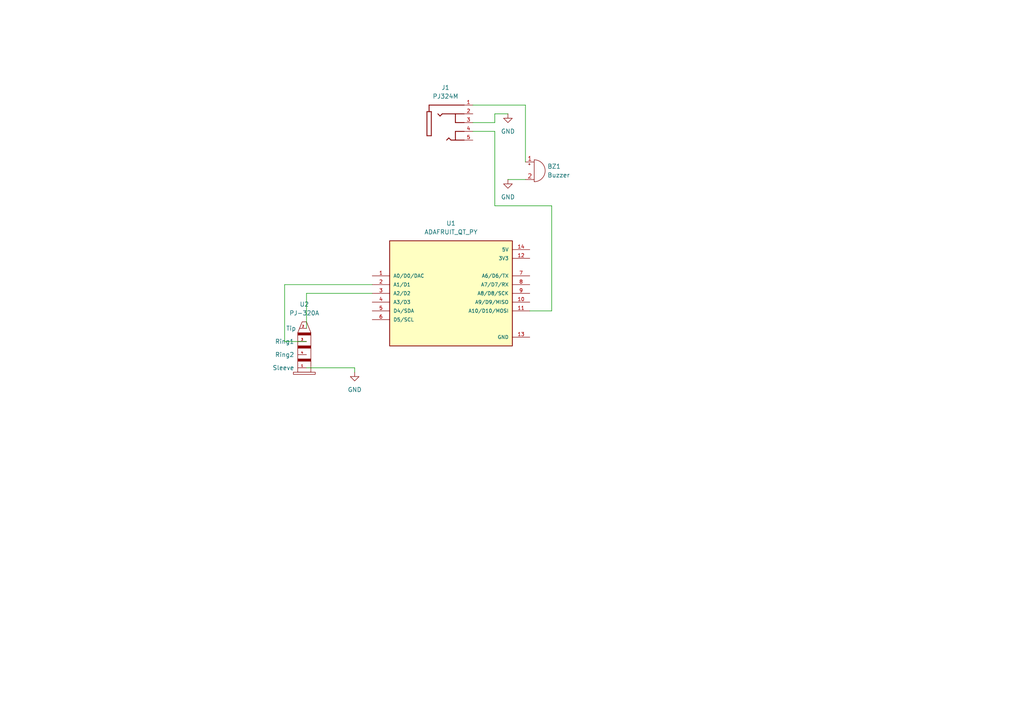
<source format=kicad_sch>
(kicad_sch
	(version 20250114)
	(generator "eeschema")
	(generator_version "9.0")
	(uuid "8e871809-3342-4d0c-b7eb-a6ba4ad48364")
	(paper "A4")
	(lib_symbols
		(symbol "ADAFRUIT_QT_PY:ADAFRUIT_QT_PY"
			(pin_names
				(offset 1.016)
			)
			(exclude_from_sim no)
			(in_bom yes)
			(on_board yes)
			(property "Reference" "U1"
				(at 0 20.32 0)
				(effects
					(font
						(size 1.27 1.27)
					)
				)
			)
			(property "Value" "ADAFRUIT_QT_PY"
				(at 0 17.78 0)
				(effects
					(font
						(size 1.27 1.27)
					)
				)
			)
			(property "Footprint" "Module:MODULE_ADAFRUIT_QT_PY"
				(at 0 0 0)
				(effects
					(font
						(size 1.27 1.27)
					)
					(justify bottom)
					(hide yes)
				)
			)
			(property "Datasheet" ""
				(at 0 0 0)
				(effects
					(font
						(size 1.27 1.27)
					)
					(hide yes)
				)
			)
			(property "Description" ""
				(at 0 0 0)
				(effects
					(font
						(size 1.27 1.27)
					)
					(hide yes)
				)
			)
			(property "MF" "Adafruit Industries"
				(at 0 0 0)
				(effects
					(font
						(size 1.27 1.27)
					)
					(justify bottom)
					(hide yes)
				)
			)
			(property "MAXIMUM_PACKAGE_HEIGHT" "6.28 mm"
				(at 0 0 0)
				(effects
					(font
						(size 1.27 1.27)
					)
					(justify bottom)
					(hide yes)
				)
			)
			(property "Package" "None"
				(at 0 0 0)
				(effects
					(font
						(size 1.27 1.27)
					)
					(justify bottom)
					(hide yes)
				)
			)
			(property "Price" "None"
				(at 0 0 0)
				(effects
					(font
						(size 1.27 1.27)
					)
					(justify bottom)
					(hide yes)
				)
			)
			(property "Check_prices" "https://www.snapeda.com/parts/Adafruit%20QT%20Py/Adafruit+Industries/view-part/?ref=eda"
				(at 0 0 0)
				(effects
					(font
						(size 1.27 1.27)
					)
					(justify bottom)
					(hide yes)
				)
			)
			(property "STANDARD" "IPC-7351B"
				(at 0 0 0)
				(effects
					(font
						(size 1.27 1.27)
					)
					(justify bottom)
					(hide yes)
				)
			)
			(property "PARTREV" "2022-12-12"
				(at 0 0 0)
				(effects
					(font
						(size 1.27 1.27)
					)
					(justify bottom)
					(hide yes)
				)
			)
			(property "SnapEDA_Link" "https://www.snapeda.com/parts/Adafruit%20QT%20Py/Adafruit+Industries/view-part/?ref=snap"
				(at 0 0 0)
				(effects
					(font
						(size 1.27 1.27)
					)
					(justify bottom)
					(hide yes)
				)
			)
			(property "MP" "Adafruit QT Py"
				(at 0 0 0)
				(effects
					(font
						(size 1.27 1.27)
					)
					(justify bottom)
					(hide yes)
				)
			)
			(property "Description_1" "Castellated Pads - SAMD21 Dev Board with STEMMA QT"
				(at 0 0 0)
				(effects
					(font
						(size 1.27 1.27)
					)
					(justify bottom)
					(hide yes)
				)
			)
			(property "MANUFACTURER" "Adafruit Industries"
				(at 0 0 0)
				(effects
					(font
						(size 1.27 1.27)
					)
					(justify bottom)
					(hide yes)
				)
			)
			(property "Availability" "Not in stock"
				(at 0 0 0)
				(effects
					(font
						(size 1.27 1.27)
					)
					(justify bottom)
					(hide yes)
				)
			)
			(property "SNAPEDA_PN" "Adafruit QT Py"
				(at 0 0 0)
				(effects
					(font
						(size 1.27 1.27)
					)
					(justify bottom)
					(hide yes)
				)
			)
			(symbol "ADAFRUIT_QT_PY_0_0"
				(rectangle
					(start -17.78 -15.24)
					(end 17.78 15.24)
					(stroke
						(width 0.254)
						(type default)
					)
					(fill
						(type background)
					)
				)
				(pin bidirectional line
					(at -22.86 5.08 0)
					(length 5.08)
					(name "A0/D0/DAC"
						(effects
							(font
								(size 1.016 1.016)
							)
						)
					)
					(number "1"
						(effects
							(font
								(size 1.016 1.016)
							)
						)
					)
				)
				(pin bidirectional line
					(at -22.86 2.54 0)
					(length 5.08)
					(name "A1/D1"
						(effects
							(font
								(size 1.016 1.016)
							)
						)
					)
					(number "2"
						(effects
							(font
								(size 1.016 1.016)
							)
						)
					)
				)
				(pin bidirectional line
					(at -22.86 0 0)
					(length 5.08)
					(name "A2/D2"
						(effects
							(font
								(size 1.016 1.016)
							)
						)
					)
					(number "3"
						(effects
							(font
								(size 1.016 1.016)
							)
						)
					)
				)
				(pin bidirectional line
					(at -22.86 -2.54 0)
					(length 5.08)
					(name "A3/D3"
						(effects
							(font
								(size 1.016 1.016)
							)
						)
					)
					(number "4"
						(effects
							(font
								(size 1.016 1.016)
							)
						)
					)
				)
				(pin bidirectional line
					(at -22.86 -5.08 0)
					(length 5.08)
					(name "D4/SDA"
						(effects
							(font
								(size 1.016 1.016)
							)
						)
					)
					(number "5"
						(effects
							(font
								(size 1.016 1.016)
							)
						)
					)
				)
				(pin bidirectional line
					(at -22.86 -7.62 0)
					(length 5.08)
					(name "D5/SCL"
						(effects
							(font
								(size 1.016 1.016)
							)
						)
					)
					(number "6"
						(effects
							(font
								(size 1.016 1.016)
							)
						)
					)
				)
				(pin power_in line
					(at 22.86 12.7 180)
					(length 5.08)
					(name "5V"
						(effects
							(font
								(size 1.016 1.016)
							)
						)
					)
					(number "14"
						(effects
							(font
								(size 1.016 1.016)
							)
						)
					)
				)
				(pin power_in line
					(at 22.86 10.16 180)
					(length 5.08)
					(name "3V3"
						(effects
							(font
								(size 1.016 1.016)
							)
						)
					)
					(number "12"
						(effects
							(font
								(size 1.016 1.016)
							)
						)
					)
				)
				(pin bidirectional line
					(at 22.86 5.08 180)
					(length 5.08)
					(name "A6/D6/TX"
						(effects
							(font
								(size 1.016 1.016)
							)
						)
					)
					(number "7"
						(effects
							(font
								(size 1.016 1.016)
							)
						)
					)
				)
				(pin bidirectional line
					(at 22.86 2.54 180)
					(length 5.08)
					(name "A7/D7/RX"
						(effects
							(font
								(size 1.016 1.016)
							)
						)
					)
					(number "8"
						(effects
							(font
								(size 1.016 1.016)
							)
						)
					)
				)
				(pin bidirectional line
					(at 22.86 0 180)
					(length 5.08)
					(name "A8/D8/SCK"
						(effects
							(font
								(size 1.016 1.016)
							)
						)
					)
					(number "9"
						(effects
							(font
								(size 1.016 1.016)
							)
						)
					)
				)
				(pin bidirectional line
					(at 22.86 -2.54 180)
					(length 5.08)
					(name "A9/D9/MISO"
						(effects
							(font
								(size 1.016 1.016)
							)
						)
					)
					(number "10"
						(effects
							(font
								(size 1.016 1.016)
							)
						)
					)
				)
				(pin bidirectional line
					(at 22.86 -5.08 180)
					(length 5.08)
					(name "A10/D10/MOSI"
						(effects
							(font
								(size 1.016 1.016)
							)
						)
					)
					(number "11"
						(effects
							(font
								(size 1.016 1.016)
							)
						)
					)
				)
				(pin power_in line
					(at 22.86 -12.7 180)
					(length 5.08)
					(name "GND"
						(effects
							(font
								(size 1.016 1.016)
							)
						)
					)
					(number "13"
						(effects
							(font
								(size 1.016 1.016)
							)
						)
					)
				)
			)
			(embedded_fonts no)
		)
		(symbol "Device:Buzzer"
			(pin_names
				(offset 0.0254)
				(hide yes)
			)
			(exclude_from_sim no)
			(in_bom yes)
			(on_board yes)
			(property "Reference" "BZ"
				(at 3.81 1.27 0)
				(effects
					(font
						(size 1.27 1.27)
					)
					(justify left)
				)
			)
			(property "Value" "Buzzer"
				(at 3.81 -1.27 0)
				(effects
					(font
						(size 1.27 1.27)
					)
					(justify left)
				)
			)
			(property "Footprint" ""
				(at -0.635 2.54 90)
				(effects
					(font
						(size 1.27 1.27)
					)
					(hide yes)
				)
			)
			(property "Datasheet" "~"
				(at -0.635 2.54 90)
				(effects
					(font
						(size 1.27 1.27)
					)
					(hide yes)
				)
			)
			(property "Description" "Buzzer, polarized"
				(at 0 0 0)
				(effects
					(font
						(size 1.27 1.27)
					)
					(hide yes)
				)
			)
			(property "ki_keywords" "quartz resonator ceramic"
				(at 0 0 0)
				(effects
					(font
						(size 1.27 1.27)
					)
					(hide yes)
				)
			)
			(property "ki_fp_filters" "*Buzzer*"
				(at 0 0 0)
				(effects
					(font
						(size 1.27 1.27)
					)
					(hide yes)
				)
			)
			(symbol "Buzzer_0_1"
				(polyline
					(pts
						(xy -1.651 1.905) (xy -1.143 1.905)
					)
					(stroke
						(width 0)
						(type default)
					)
					(fill
						(type none)
					)
				)
				(polyline
					(pts
						(xy -1.397 2.159) (xy -1.397 1.651)
					)
					(stroke
						(width 0)
						(type default)
					)
					(fill
						(type none)
					)
				)
				(arc
					(start 0 3.175)
					(mid 3.1612 0)
					(end 0 -3.175)
					(stroke
						(width 0)
						(type default)
					)
					(fill
						(type none)
					)
				)
				(polyline
					(pts
						(xy 0 3.175) (xy 0 -3.175)
					)
					(stroke
						(width 0)
						(type default)
					)
					(fill
						(type none)
					)
				)
			)
			(symbol "Buzzer_1_1"
				(pin passive line
					(at -2.54 2.54 0)
					(length 2.54)
					(name "+"
						(effects
							(font
								(size 1.27 1.27)
							)
						)
					)
					(number "1"
						(effects
							(font
								(size 1.27 1.27)
							)
						)
					)
				)
				(pin passive line
					(at -2.54 -2.54 0)
					(length 2.54)
					(name "-"
						(effects
							(font
								(size 1.27 1.27)
							)
						)
					)
					(number "2"
						(effects
							(font
								(size 1.27 1.27)
							)
						)
					)
				)
			)
			(embedded_fonts no)
		)
		(symbol "PJ-320A_Library:PJ-320A"
			(pin_names
				(offset 1.016)
			)
			(exclude_from_sim no)
			(in_bom yes)
			(on_board yes)
			(property "Reference" "U"
				(at 0 -1.905 0)
				(effects
					(font
						(size 1.27 1.27)
					)
				)
			)
			(property "Value" "PJ-320A"
				(at 0 0 0)
				(effects
					(font
						(size 1.27 1.27)
					)
				)
			)
			(property "Footprint" ""
				(at 0 0 0)
				(effects
					(font
						(size 1.27 1.27)
					)
					(hide yes)
				)
			)
			(property "Datasheet" ""
				(at 0 0 0)
				(effects
					(font
						(size 1.27 1.27)
					)
					(hide yes)
				)
			)
			(property "Description" ""
				(at 0 0 0)
				(effects
					(font
						(size 1.27 1.27)
					)
					(hide yes)
				)
			)
			(symbol "PJ-320A_0_1"
				(rectangle
					(start -3.175 1.27)
					(end 3.175 1.905)
					(stroke
						(width 0)
						(type solid)
					)
					(fill
						(type none)
					)
				)
				(polyline
					(pts
						(xy -1.905 13.335) (xy -0.635 16.51) (xy 0.635 16.51) (xy 1.905 13.335) (xy -1.905 13.335)
					)
					(stroke
						(width 0)
						(type solid)
					)
					(fill
						(type none)
					)
				)
				(rectangle
					(start -1.905 12.7)
					(end 1.905 13.335)
					(stroke
						(width 0)
						(type solid)
					)
					(fill
						(type outline)
					)
				)
				(rectangle
					(start -1.905 9.525)
					(end 1.905 12.7)
					(stroke
						(width 0)
						(type solid)
					)
					(fill
						(type none)
					)
				)
				(rectangle
					(start -1.905 8.89)
					(end 1.905 9.525)
					(stroke
						(width 0)
						(type solid)
					)
					(fill
						(type outline)
					)
				)
				(rectangle
					(start -1.905 5.715)
					(end 1.905 8.89)
					(stroke
						(width 0)
						(type solid)
					)
					(fill
						(type none)
					)
				)
				(rectangle
					(start -1.905 5.08)
					(end 1.905 5.715)
					(stroke
						(width 0)
						(type solid)
					)
					(fill
						(type outline)
					)
				)
				(rectangle
					(start -1.905 1.905)
					(end 1.905 5.08)
					(stroke
						(width 0)
						(type solid)
					)
					(fill
						(type none)
					)
				)
			)
			(symbol "PJ-320A_1_1"
				(pin bidirectional line
					(at 0.635 14.605 180)
					(length 2.0066)
					(name "Tip"
						(effects
							(font
								(size 1.27 1.27)
							)
						)
					)
					(number "2"
						(effects
							(font
								(size 0.6096 0.6096)
							)
						)
					)
				)
				(pin bidirectional line
					(at 0.635 10.795 180)
					(length 2.54)
					(name "Ring1"
						(effects
							(font
								(size 1.27 1.27)
							)
						)
					)
					(number "3"
						(effects
							(font
								(size 0.6096 0.6096)
							)
						)
					)
				)
				(pin bidirectional line
					(at 0.635 6.985 180)
					(length 2.54)
					(name "Ring2"
						(effects
							(font
								(size 1.27 1.27)
							)
						)
					)
					(number "4"
						(effects
							(font
								(size 0.6096 0.6096)
							)
						)
					)
				)
				(pin bidirectional line
					(at 0.635 3.175 180)
					(length 2.54)
					(name "Sleeve"
						(effects
							(font
								(size 1.27 1.27)
							)
						)
					)
					(number "1"
						(effects
							(font
								(size 0.6096 0.6096)
							)
						)
					)
				)
			)
			(embedded_fonts no)
		)
		(symbol "PJ324M:PJ324M"
			(pin_names
				(offset 1.016)
			)
			(exclude_from_sim no)
			(in_bom yes)
			(on_board yes)
			(property "Reference" "J"
				(at -5.08 7.62 0)
				(effects
					(font
						(size 1.27 1.27)
					)
					(justify left bottom)
				)
			)
			(property "Value" "PJ324M"
				(at -5.08 -10.16 0)
				(effects
					(font
						(size 1.27 1.27)
					)
					(justify left bottom)
				)
			)
			(property "Footprint" "PJ324M:WENZHOU_PJ324M"
				(at 0 0 0)
				(effects
					(font
						(size 1.27 1.27)
					)
					(justify bottom)
					(hide yes)
				)
			)
			(property "Datasheet" ""
				(at 0 0 0)
				(effects
					(font
						(size 1.27 1.27)
					)
					(hide yes)
				)
			)
			(property "Description" ""
				(at 0 0 0)
				(effects
					(font
						(size 1.27 1.27)
					)
					(hide yes)
				)
			)
			(property "MF" "Wenzhou QingPu Electronics Co.Ltd"
				(at 0 0 0)
				(effects
					(font
						(size 1.27 1.27)
					)
					(justify bottom)
					(hide yes)
				)
			)
			(property "MAXIMUM_PACKAGE_HEIGHT" "6.3mm"
				(at 0 0 0)
				(effects
					(font
						(size 1.27 1.27)
					)
					(justify bottom)
					(hide yes)
				)
			)
			(property "Package" "Package"
				(at 0 0 0)
				(effects
					(font
						(size 1.27 1.27)
					)
					(justify bottom)
					(hide yes)
				)
			)
			(property "Price" "None"
				(at 0 0 0)
				(effects
					(font
						(size 1.27 1.27)
					)
					(justify bottom)
					(hide yes)
				)
			)
			(property "Check_prices" "https://www.snapeda.com/parts/PJ324M/Wenzhou+QingPu+Electronics+Co.Ltd/view-part/?ref=eda"
				(at 0 0 0)
				(effects
					(font
						(size 1.27 1.27)
					)
					(justify bottom)
					(hide yes)
				)
			)
			(property "STANDARD" "Manufacturer Recommendations"
				(at 0 0 0)
				(effects
					(font
						(size 1.27 1.27)
					)
					(justify bottom)
					(hide yes)
				)
			)
			(property "PARTREV" "N/A"
				(at 0 0 0)
				(effects
					(font
						(size 1.27 1.27)
					)
					(justify bottom)
					(hide yes)
				)
			)
			(property "SnapEDA_Link" "https://www.snapeda.com/parts/PJ324M/Wenzhou+QingPu+Electronics+Co.Ltd/view-part/?ref=snap"
				(at 0 0 0)
				(effects
					(font
						(size 1.27 1.27)
					)
					(justify bottom)
					(hide yes)
				)
			)
			(property "MP" "PJ324M"
				(at 0 0 0)
				(effects
					(font
						(size 1.27 1.27)
					)
					(justify bottom)
					(hide yes)
				)
			)
			(property "Description_1" "Headphone Stereo jack/Audio connector"
				(at 0 0 0)
				(effects
					(font
						(size 1.27 1.27)
					)
					(justify bottom)
					(hide yes)
				)
			)
			(property "Availability" "Not in stock"
				(at 0 0 0)
				(effects
					(font
						(size 1.27 1.27)
					)
					(justify bottom)
					(hide yes)
				)
			)
			(property "MANUFACTURER" "Wenzhou QingPu Electronics"
				(at 0 0 0)
				(effects
					(font
						(size 1.27 1.27)
					)
					(justify bottom)
					(hide yes)
				)
			)
			(symbol "PJ324M_0_0"
				(polyline
					(pts
						(xy -5.715 3.175) (xy -5.08 3.175)
					)
					(stroke
						(width 0.254)
						(type default)
					)
					(fill
						(type none)
					)
				)
				(polyline
					(pts
						(xy -5.715 -3.81) (xy -5.715 3.175)
					)
					(stroke
						(width 0.254)
						(type default)
					)
					(fill
						(type none)
					)
				)
				(polyline
					(pts
						(xy -5.08 5.08) (xy -5.08 3.175)
					)
					(stroke
						(width 0.254)
						(type default)
					)
					(fill
						(type none)
					)
				)
				(polyline
					(pts
						(xy -5.08 3.175) (xy -4.445 3.175)
					)
					(stroke
						(width 0.254)
						(type default)
					)
					(fill
						(type none)
					)
				)
				(polyline
					(pts
						(xy -4.445 3.175) (xy -4.445 -3.81)
					)
					(stroke
						(width 0.254)
						(type default)
					)
					(fill
						(type none)
					)
				)
				(polyline
					(pts
						(xy -4.445 -3.81) (xy -5.715 -3.81)
					)
					(stroke
						(width 0.254)
						(type default)
					)
					(fill
						(type none)
					)
				)
				(polyline
					(pts
						(xy -1.905 1.905) (xy -2.54 2.54)
					)
					(stroke
						(width 0.254)
						(type default)
					)
					(fill
						(type none)
					)
				)
				(polyline
					(pts
						(xy -1.27 2.54) (xy -1.905 1.905)
					)
					(stroke
						(width 0.254)
						(type default)
					)
					(fill
						(type none)
					)
				)
				(polyline
					(pts
						(xy 0.635 -4.445) (xy 0 -5.08)
					)
					(stroke
						(width 0.254)
						(type default)
					)
					(fill
						(type none)
					)
				)
				(polyline
					(pts
						(xy 1.27 -5.08) (xy 0.635 -4.445)
					)
					(stroke
						(width 0.254)
						(type default)
					)
					(fill
						(type none)
					)
				)
				(polyline
					(pts
						(xy 2.54 2.54) (xy -1.27 2.54)
					)
					(stroke
						(width 0.254)
						(type default)
					)
					(fill
						(type none)
					)
				)
				(polyline
					(pts
						(xy 2.54 0) (xy 2.54 2.54)
					)
					(stroke
						(width 0.254)
						(type default)
					)
					(fill
						(type none)
					)
				)
				(polyline
					(pts
						(xy 2.54 -2.54) (xy 2.54 -5.08)
					)
					(stroke
						(width 0.254)
						(type default)
					)
					(fill
						(type none)
					)
				)
				(polyline
					(pts
						(xy 2.54 -5.08) (xy 1.27 -5.08)
					)
					(stroke
						(width 0.254)
						(type default)
					)
					(fill
						(type none)
					)
				)
				(polyline
					(pts
						(xy 5.08 5.08) (xy -5.08 5.08)
					)
					(stroke
						(width 0.254)
						(type default)
					)
					(fill
						(type none)
					)
				)
				(polyline
					(pts
						(xy 5.08 2.54) (xy 2.54 2.54)
					)
					(stroke
						(width 0.254)
						(type default)
					)
					(fill
						(type none)
					)
				)
				(polyline
					(pts
						(xy 5.08 0) (xy 2.54 0)
					)
					(stroke
						(width 0.254)
						(type default)
					)
					(fill
						(type none)
					)
				)
				(polyline
					(pts
						(xy 5.08 -2.54) (xy 2.54 -2.54)
					)
					(stroke
						(width 0.254)
						(type default)
					)
					(fill
						(type none)
					)
				)
				(polyline
					(pts
						(xy 5.08 -5.08) (xy 2.54 -5.08)
					)
					(stroke
						(width 0.254)
						(type default)
					)
					(fill
						(type none)
					)
				)
				(pin passive line
					(at 7.62 5.08 180)
					(length 2.54)
					(name "~"
						(effects
							(font
								(size 1.016 1.016)
							)
						)
					)
					(number "1"
						(effects
							(font
								(size 1.016 1.016)
							)
						)
					)
				)
				(pin passive line
					(at 7.62 2.54 180)
					(length 2.54)
					(name "~"
						(effects
							(font
								(size 1.016 1.016)
							)
						)
					)
					(number "2"
						(effects
							(font
								(size 1.016 1.016)
							)
						)
					)
				)
				(pin passive line
					(at 7.62 0 180)
					(length 2.54)
					(name "~"
						(effects
							(font
								(size 1.016 1.016)
							)
						)
					)
					(number "3"
						(effects
							(font
								(size 1.016 1.016)
							)
						)
					)
				)
				(pin passive line
					(at 7.62 -2.54 180)
					(length 2.54)
					(name "~"
						(effects
							(font
								(size 1.016 1.016)
							)
						)
					)
					(number "4"
						(effects
							(font
								(size 1.016 1.016)
							)
						)
					)
				)
				(pin passive line
					(at 7.62 -5.08 180)
					(length 2.54)
					(name "~"
						(effects
							(font
								(size 1.016 1.016)
							)
						)
					)
					(number "5"
						(effects
							(font
								(size 1.016 1.016)
							)
						)
					)
				)
			)
			(embedded_fonts no)
		)
		(symbol "power:GND"
			(power)
			(pin_numbers
				(hide yes)
			)
			(pin_names
				(offset 0)
				(hide yes)
			)
			(exclude_from_sim no)
			(in_bom yes)
			(on_board yes)
			(property "Reference" "#PWR"
				(at 0 -6.35 0)
				(effects
					(font
						(size 1.27 1.27)
					)
					(hide yes)
				)
			)
			(property "Value" "GND"
				(at 0 -3.81 0)
				(effects
					(font
						(size 1.27 1.27)
					)
				)
			)
			(property "Footprint" ""
				(at 0 0 0)
				(effects
					(font
						(size 1.27 1.27)
					)
					(hide yes)
				)
			)
			(property "Datasheet" ""
				(at 0 0 0)
				(effects
					(font
						(size 1.27 1.27)
					)
					(hide yes)
				)
			)
			(property "Description" "Power symbol creates a global label with name \"GND\" , ground"
				(at 0 0 0)
				(effects
					(font
						(size 1.27 1.27)
					)
					(hide yes)
				)
			)
			(property "ki_keywords" "global power"
				(at 0 0 0)
				(effects
					(font
						(size 1.27 1.27)
					)
					(hide yes)
				)
			)
			(symbol "GND_0_1"
				(polyline
					(pts
						(xy 0 0) (xy 0 -1.27) (xy 1.27 -1.27) (xy 0 -2.54) (xy -1.27 -1.27) (xy 0 -1.27)
					)
					(stroke
						(width 0)
						(type default)
					)
					(fill
						(type none)
					)
				)
			)
			(symbol "GND_1_1"
				(pin power_in line
					(at 0 0 270)
					(length 0)
					(name "~"
						(effects
							(font
								(size 1.27 1.27)
							)
						)
					)
					(number "1"
						(effects
							(font
								(size 1.27 1.27)
							)
						)
					)
				)
			)
			(embedded_fonts no)
		)
	)
	(wire
		(pts
			(xy 137.16 35.56) (xy 143.51 35.56)
		)
		(stroke
			(width 0)
			(type default)
		)
		(uuid "2a67d990-0f1c-4f3f-b657-821598794529")
	)
	(wire
		(pts
			(xy 152.4 46.99) (xy 152.4 30.48)
		)
		(stroke
			(width 0)
			(type default)
		)
		(uuid "3192684d-a6d1-46e5-b298-b3df6ae143cf")
	)
	(wire
		(pts
			(xy 88.9 106.68) (xy 102.87 106.68)
		)
		(stroke
			(width 0)
			(type default)
		)
		(uuid "41f3738e-5180-4e98-b1e6-d6cad1c65314")
	)
	(wire
		(pts
			(xy 143.51 59.69) (xy 160.02 59.69)
		)
		(stroke
			(width 0)
			(type default)
		)
		(uuid "52f0272f-0302-4563-8ba8-a34f9252fb16")
	)
	(wire
		(pts
			(xy 160.02 59.69) (xy 160.02 90.17)
		)
		(stroke
			(width 0)
			(type default)
		)
		(uuid "5af82f37-5291-4e7e-b883-8cb475a031b3")
	)
	(wire
		(pts
			(xy 160.02 90.17) (xy 153.67 90.17)
		)
		(stroke
			(width 0)
			(type default)
		)
		(uuid "5bdd7b6e-27e5-4279-ab66-208d5af8cf33")
	)
	(wire
		(pts
			(xy 152.4 30.48) (xy 137.16 30.48)
		)
		(stroke
			(width 0)
			(type default)
		)
		(uuid "5beaf310-1e21-455c-ab92-1fbb2fdf7354")
	)
	(wire
		(pts
			(xy 137.16 38.1) (xy 143.51 38.1)
		)
		(stroke
			(width 0)
			(type default)
		)
		(uuid "78dc4439-2390-40ec-8c10-05ac573b3e1f")
	)
	(wire
		(pts
			(xy 82.55 99.06) (xy 82.55 82.55)
		)
		(stroke
			(width 0)
			(type default)
		)
		(uuid "89cd0f41-7d28-469c-86da-bad69c5897a1")
	)
	(wire
		(pts
			(xy 143.51 35.56) (xy 143.51 33.02)
		)
		(stroke
			(width 0)
			(type default)
		)
		(uuid "9c55d439-4be2-4cb8-a99c-28c1c510b485")
	)
	(wire
		(pts
			(xy 147.32 52.07) (xy 152.4 52.07)
		)
		(stroke
			(width 0)
			(type default)
		)
		(uuid "a9d9f0c7-bf8b-4931-b35e-0fe5a8b246dc")
	)
	(wire
		(pts
			(xy 88.9 99.06) (xy 82.55 99.06)
		)
		(stroke
			(width 0)
			(type default)
		)
		(uuid "be8461b1-8525-4c1a-b939-360697223024")
	)
	(wire
		(pts
			(xy 88.9 95.25) (xy 88.9 85.09)
		)
		(stroke
			(width 0)
			(type default)
		)
		(uuid "bf7468da-b389-4de2-99c6-e59c37a5cacb")
	)
	(wire
		(pts
			(xy 82.55 82.55) (xy 107.95 82.55)
		)
		(stroke
			(width 0)
			(type default)
		)
		(uuid "c74ada01-9979-4f78-ac98-2bc25e339d74")
	)
	(wire
		(pts
			(xy 102.87 106.68) (xy 102.87 107.95)
		)
		(stroke
			(width 0)
			(type default)
		)
		(uuid "ca8f76a9-cc84-4c38-8778-1265e530b0c9")
	)
	(wire
		(pts
			(xy 143.51 33.02) (xy 147.32 33.02)
		)
		(stroke
			(width 0)
			(type default)
		)
		(uuid "d6c72611-f744-4d56-b8d7-5867c95851ec")
	)
	(wire
		(pts
			(xy 143.51 38.1) (xy 143.51 59.69)
		)
		(stroke
			(width 0)
			(type default)
		)
		(uuid "dba8ddd0-33ce-416e-b7fd-770f29a10bb5")
	)
	(wire
		(pts
			(xy 88.9 85.09) (xy 107.95 85.09)
		)
		(stroke
			(width 0)
			(type default)
		)
		(uuid "f04175ee-4be1-4ba2-ba44-02511676a816")
	)
	(symbol
		(lib_id "power:GND")
		(at 147.32 33.02 0)
		(unit 1)
		(exclude_from_sim no)
		(in_bom yes)
		(on_board yes)
		(dnp no)
		(fields_autoplaced yes)
		(uuid "19211538-c1d5-4846-9c4a-d2eab4760235")
		(property "Reference" "#PWR02"
			(at 147.32 39.37 0)
			(effects
				(font
					(size 1.27 1.27)
				)
				(hide yes)
			)
		)
		(property "Value" "GND"
			(at 147.32 38.1 0)
			(effects
				(font
					(size 1.27 1.27)
				)
			)
		)
		(property "Footprint" ""
			(at 147.32 33.02 0)
			(effects
				(font
					(size 1.27 1.27)
				)
				(hide yes)
			)
		)
		(property "Datasheet" ""
			(at 147.32 33.02 0)
			(effects
				(font
					(size 1.27 1.27)
				)
				(hide yes)
			)
		)
		(property "Description" "Power symbol creates a global label with name \"GND\" , ground"
			(at 147.32 33.02 0)
			(effects
				(font
					(size 1.27 1.27)
				)
				(hide yes)
			)
		)
		(pin "1"
			(uuid "0a7794af-01eb-42c1-b6c2-774dc138f350")
		)
		(instances
			(project ""
				(path "/8e871809-3342-4d0c-b7eb-a6ba4ad48364"
					(reference "#PWR02")
					(unit 1)
				)
			)
		)
	)
	(symbol
		(lib_id "Device:Buzzer")
		(at 154.94 49.53 0)
		(unit 1)
		(exclude_from_sim no)
		(in_bom yes)
		(on_board yes)
		(dnp no)
		(fields_autoplaced yes)
		(uuid "60114d58-9103-4607-a6cb-b3f3da6b09e6")
		(property "Reference" "BZ1"
			(at 158.75 48.2599 0)
			(effects
				(font
					(size 1.27 1.27)
				)
				(justify left)
			)
		)
		(property "Value" "Buzzer"
			(at 158.75 50.7999 0)
			(effects
				(font
					(size 1.27 1.27)
				)
				(justify left)
			)
		)
		(property "Footprint" "Buzzer_Beeper:Buzzer_15x7.5RM7.6"
			(at 154.305 46.99 90)
			(effects
				(font
					(size 1.27 1.27)
				)
				(hide yes)
			)
		)
		(property "Datasheet" "~"
			(at 154.305 46.99 90)
			(effects
				(font
					(size 1.27 1.27)
				)
				(hide yes)
			)
		)
		(property "Description" "Buzzer, polarized"
			(at 154.94 49.53 0)
			(effects
				(font
					(size 1.27 1.27)
				)
				(hide yes)
			)
		)
		(pin "1"
			(uuid "1737ffce-c91d-426f-bff2-350a44fee7b0")
		)
		(pin "2"
			(uuid "634b9a6a-4c09-461c-83fc-e316ae68d61b")
		)
		(instances
			(project ""
				(path "/8e871809-3342-4d0c-b7eb-a6ba4ad48364"
					(reference "BZ1")
					(unit 1)
				)
			)
		)
	)
	(symbol
		(lib_id "PJ-320A_Library:PJ-320A")
		(at 88.265 109.855 0)
		(unit 1)
		(exclude_from_sim no)
		(in_bom yes)
		(on_board yes)
		(dnp no)
		(fields_autoplaced yes)
		(uuid "69209d83-2f75-4cfb-be04-b1a87bb6172f")
		(property "Reference" "U2"
			(at 88.265 88.265 0)
			(effects
				(font
					(size 1.27 1.27)
				)
			)
		)
		(property "Value" "PJ-320A"
			(at 88.265 90.805 0)
			(effects
				(font
					(size 1.27 1.27)
				)
			)
		)
		(property "Footprint" "Audio_Module:TRRS-PJ-320A"
			(at 88.265 109.855 0)
			(effects
				(font
					(size 1.27 1.27)
				)
				(hide yes)
			)
		)
		(property "Datasheet" ""
			(at 88.265 109.855 0)
			(effects
				(font
					(size 1.27 1.27)
				)
				(hide yes)
			)
		)
		(property "Description" ""
			(at 88.265 109.855 0)
			(effects
				(font
					(size 1.27 1.27)
				)
				(hide yes)
			)
		)
		(pin "4"
			(uuid "da1ea322-3dba-4d9e-a91c-a2a1a0fe6445")
		)
		(pin "2"
			(uuid "99cdf579-ec3b-4165-bca7-6b31c6c46deb")
		)
		(pin "3"
			(uuid "56a457c4-eb1e-4ba3-889c-48273996f8d6")
		)
		(pin "1"
			(uuid "cc3d1ac6-9855-4543-a2e5-5c9709703a69")
		)
		(instances
			(project ""
				(path "/8e871809-3342-4d0c-b7eb-a6ba4ad48364"
					(reference "U2")
					(unit 1)
				)
			)
		)
	)
	(symbol
		(lib_id "ADAFRUIT_QT_PY:ADAFRUIT_QT_PY")
		(at 130.81 85.09 0)
		(unit 1)
		(exclude_from_sim no)
		(in_bom yes)
		(on_board yes)
		(dnp no)
		(fields_autoplaced yes)
		(uuid "7422ddf5-0628-45b3-8a06-b900532a6b9e")
		(property "Reference" "U1"
			(at 130.81 64.77 0)
			(effects
				(font
					(size 1.27 1.27)
				)
			)
		)
		(property "Value" "ADAFRUIT_QT_PY"
			(at 130.81 67.31 0)
			(effects
				(font
					(size 1.27 1.27)
				)
			)
		)
		(property "Footprint" "Module:MODULE_ADAFRUIT_QT_PY"
			(at 130.81 85.09 0)
			(effects
				(font
					(size 1.27 1.27)
				)
				(justify bottom)
				(hide yes)
			)
		)
		(property "Datasheet" ""
			(at 130.81 85.09 0)
			(effects
				(font
					(size 1.27 1.27)
				)
				(hide yes)
			)
		)
		(property "Description" ""
			(at 130.81 85.09 0)
			(effects
				(font
					(size 1.27 1.27)
				)
				(hide yes)
			)
		)
		(property "MF" "Adafruit Industries"
			(at 130.81 85.09 0)
			(effects
				(font
					(size 1.27 1.27)
				)
				(justify bottom)
				(hide yes)
			)
		)
		(property "MAXIMUM_PACKAGE_HEIGHT" "6.28 mm"
			(at 130.81 85.09 0)
			(effects
				(font
					(size 1.27 1.27)
				)
				(justify bottom)
				(hide yes)
			)
		)
		(property "Package" "None"
			(at 130.81 85.09 0)
			(effects
				(font
					(size 1.27 1.27)
				)
				(justify bottom)
				(hide yes)
			)
		)
		(property "Price" "None"
			(at 130.81 85.09 0)
			(effects
				(font
					(size 1.27 1.27)
				)
				(justify bottom)
				(hide yes)
			)
		)
		(property "Check_prices" "https://www.snapeda.com/parts/Adafruit%20QT%20Py/Adafruit+Industries/view-part/?ref=eda"
			(at 130.81 85.09 0)
			(effects
				(font
					(size 1.27 1.27)
				)
				(justify bottom)
				(hide yes)
			)
		)
		(property "STANDARD" "IPC-7351B"
			(at 130.81 85.09 0)
			(effects
				(font
					(size 1.27 1.27)
				)
				(justify bottom)
				(hide yes)
			)
		)
		(property "PARTREV" "2022-12-12"
			(at 130.81 85.09 0)
			(effects
				(font
					(size 1.27 1.27)
				)
				(justify bottom)
				(hide yes)
			)
		)
		(property "SnapEDA_Link" "https://www.snapeda.com/parts/Adafruit%20QT%20Py/Adafruit+Industries/view-part/?ref=snap"
			(at 130.81 85.09 0)
			(effects
				(font
					(size 1.27 1.27)
				)
				(justify bottom)
				(hide yes)
			)
		)
		(property "MP" "Adafruit QT Py"
			(at 130.81 85.09 0)
			(effects
				(font
					(size 1.27 1.27)
				)
				(justify bottom)
				(hide yes)
			)
		)
		(property "Description_1" "Castellated Pads - SAMD21 Dev Board with STEMMA QT"
			(at 130.81 85.09 0)
			(effects
				(font
					(size 1.27 1.27)
				)
				(justify bottom)
				(hide yes)
			)
		)
		(property "MANUFACTURER" "Adafruit Industries"
			(at 130.81 85.09 0)
			(effects
				(font
					(size 1.27 1.27)
				)
				(justify bottom)
				(hide yes)
			)
		)
		(property "Availability" "Not in stock"
			(at 130.81 85.09 0)
			(effects
				(font
					(size 1.27 1.27)
				)
				(justify bottom)
				(hide yes)
			)
		)
		(property "SNAPEDA_PN" "Adafruit QT Py"
			(at 130.81 85.09 0)
			(effects
				(font
					(size 1.27 1.27)
				)
				(justify bottom)
				(hide yes)
			)
		)
		(pin "6"
			(uuid "ecad1461-4ded-44e8-9577-c6ace2a4168c")
		)
		(pin "5"
			(uuid "9e12c1de-12d6-4485-b7be-6c7def578fa9")
		)
		(pin "14"
			(uuid "cf819014-a949-49b0-84d3-77089a69385a")
		)
		(pin "3"
			(uuid "03d290b7-44a3-470c-a704-e3d5b5692c92")
		)
		(pin "12"
			(uuid "e671f4bb-4fe4-4cc1-9909-6bd90c62fec2")
		)
		(pin "4"
			(uuid "34976c86-e2d4-4362-a7fb-58fa9eb166b2")
		)
		(pin "9"
			(uuid "18feba9e-f1f6-472e-9746-e2b5cb4c8733")
		)
		(pin "11"
			(uuid "1cc3d859-4931-455d-b5c9-7042657dba32")
		)
		(pin "8"
			(uuid "be380572-a060-4099-a404-e0334d9578dd")
		)
		(pin "13"
			(uuid "c356f67c-5f16-47fd-870c-7eb19200a3b2")
		)
		(pin "7"
			(uuid "bec44b3e-9fac-448e-9048-9d01dfbfcb00")
		)
		(pin "1"
			(uuid "327113f2-6bf3-4774-b11a-d2f75fbddd17")
		)
		(pin "2"
			(uuid "9930c8aa-8baa-4057-89cd-20f13bfd1e4b")
		)
		(pin "10"
			(uuid "5694a92a-3fa4-4eb7-9d0c-95b8a7793b57")
		)
		(instances
			(project ""
				(path "/8e871809-3342-4d0c-b7eb-a6ba4ad48364"
					(reference "U1")
					(unit 1)
				)
			)
		)
	)
	(symbol
		(lib_id "power:GND")
		(at 102.87 107.95 0)
		(unit 1)
		(exclude_from_sim no)
		(in_bom yes)
		(on_board yes)
		(dnp no)
		(fields_autoplaced yes)
		(uuid "96fec636-34f8-426e-9fea-d592e772d1c3")
		(property "Reference" "#PWR01"
			(at 102.87 114.3 0)
			(effects
				(font
					(size 1.27 1.27)
				)
				(hide yes)
			)
		)
		(property "Value" "GND"
			(at 102.87 113.03 0)
			(effects
				(font
					(size 1.27 1.27)
				)
			)
		)
		(property "Footprint" ""
			(at 102.87 107.95 0)
			(effects
				(font
					(size 1.27 1.27)
				)
				(hide yes)
			)
		)
		(property "Datasheet" ""
			(at 102.87 107.95 0)
			(effects
				(font
					(size 1.27 1.27)
				)
				(hide yes)
			)
		)
		(property "Description" "Power symbol creates a global label with name \"GND\" , ground"
			(at 102.87 107.95 0)
			(effects
				(font
					(size 1.27 1.27)
				)
				(hide yes)
			)
		)
		(pin "1"
			(uuid "99747649-8b35-46c5-bb82-7a7c659c51f0")
		)
		(instances
			(project ""
				(path "/8e871809-3342-4d0c-b7eb-a6ba4ad48364"
					(reference "#PWR01")
					(unit 1)
				)
			)
		)
	)
	(symbol
		(lib_id "PJ324M:PJ324M")
		(at 129.54 35.56 0)
		(unit 1)
		(exclude_from_sim no)
		(in_bom yes)
		(on_board yes)
		(dnp no)
		(uuid "d20dd280-660d-4d59-b48a-39fd36cfb17c")
		(property "Reference" "J1"
			(at 129.2225 25.4 0)
			(effects
				(font
					(size 1.27 1.27)
				)
			)
		)
		(property "Value" "PJ324M"
			(at 129.2225 27.94 0)
			(effects
				(font
					(size 1.27 1.27)
				)
			)
		)
		(property "Footprint" "Audio_Module:WENZHOU_PJ324M"
			(at 129.54 35.56 0)
			(effects
				(font
					(size 1.27 1.27)
				)
				(justify bottom)
				(hide yes)
			)
		)
		(property "Datasheet" ""
			(at 129.54 35.56 0)
			(effects
				(font
					(size 1.27 1.27)
				)
				(hide yes)
			)
		)
		(property "Description" ""
			(at 129.54 35.56 0)
			(effects
				(font
					(size 1.27 1.27)
				)
				(hide yes)
			)
		)
		(property "MF" "Wenzhou QingPu Electronics Co.Ltd"
			(at 129.54 35.56 0)
			(effects
				(font
					(size 1.27 1.27)
				)
				(justify bottom)
				(hide yes)
			)
		)
		(property "MAXIMUM_PACKAGE_HEIGHT" "6.3mm"
			(at 129.54 35.56 0)
			(effects
				(font
					(size 1.27 1.27)
				)
				(justify bottom)
				(hide yes)
			)
		)
		(property "Package" "Package"
			(at 129.54 35.56 0)
			(effects
				(font
					(size 1.27 1.27)
				)
				(justify bottom)
				(hide yes)
			)
		)
		(property "Price" "None"
			(at 129.54 35.56 0)
			(effects
				(font
					(size 1.27 1.27)
				)
				(justify bottom)
				(hide yes)
			)
		)
		(property "Check_prices" "https://www.snapeda.com/parts/PJ324M/Wenzhou+QingPu+Electronics+Co.Ltd/view-part/?ref=eda"
			(at 129.54 35.56 0)
			(effects
				(font
					(size 1.27 1.27)
				)
				(justify bottom)
				(hide yes)
			)
		)
		(property "STANDARD" "Manufacturer Recommendations"
			(at 129.54 35.56 0)
			(effects
				(font
					(size 1.27 1.27)
				)
				(justify bottom)
				(hide yes)
			)
		)
		(property "PARTREV" "N/A"
			(at 129.54 35.56 0)
			(effects
				(font
					(size 1.27 1.27)
				)
				(justify bottom)
				(hide yes)
			)
		)
		(property "SnapEDA_Link" "https://www.snapeda.com/parts/PJ324M/Wenzhou+QingPu+Electronics+Co.Ltd/view-part/?ref=snap"
			(at 129.54 35.56 0)
			(effects
				(font
					(size 1.27 1.27)
				)
				(justify bottom)
				(hide yes)
			)
		)
		(property "MP" "PJ324M"
			(at 129.54 35.56 0)
			(effects
				(font
					(size 1.27 1.27)
				)
				(justify bottom)
				(hide yes)
			)
		)
		(property "Description_1" "Headphone Stereo jack/Audio connector"
			(at 129.54 35.56 0)
			(effects
				(font
					(size 1.27 1.27)
				)
				(justify bottom)
				(hide yes)
			)
		)
		(property "Availability" "Not in stock"
			(at 129.54 35.56 0)
			(effects
				(font
					(size 1.27 1.27)
				)
				(justify bottom)
				(hide yes)
			)
		)
		(property "MANUFACTURER" "Wenzhou QingPu Electronics"
			(at 129.54 35.56 0)
			(effects
				(font
					(size 1.27 1.27)
				)
				(justify bottom)
				(hide yes)
			)
		)
		(pin "1"
			(uuid "1c70085a-1725-48ae-8ceb-2284fba8c314")
		)
		(pin "4"
			(uuid "6095e92a-79c1-458b-9445-9aa817bfa89e")
		)
		(pin "2"
			(uuid "247b0379-ae5a-455d-a71a-63d7f591684b")
		)
		(pin "5"
			(uuid "c67f8371-2e4d-4a6f-a46f-3d5bcd443374")
		)
		(pin "3"
			(uuid "0652a930-1c88-4dae-bdb6-313ed46c4178")
		)
		(instances
			(project ""
				(path "/8e871809-3342-4d0c-b7eb-a6ba4ad48364"
					(reference "J1")
					(unit 1)
				)
			)
		)
	)
	(symbol
		(lib_id "power:GND")
		(at 147.32 52.07 0)
		(unit 1)
		(exclude_from_sim no)
		(in_bom yes)
		(on_board yes)
		(dnp no)
		(fields_autoplaced yes)
		(uuid "ebc27c15-b9fa-4fa2-9b0a-caab3c918d37")
		(property "Reference" "#PWR03"
			(at 147.32 58.42 0)
			(effects
				(font
					(size 1.27 1.27)
				)
				(hide yes)
			)
		)
		(property "Value" "GND"
			(at 147.32 57.15 0)
			(effects
				(font
					(size 1.27 1.27)
				)
			)
		)
		(property "Footprint" ""
			(at 147.32 52.07 0)
			(effects
				(font
					(size 1.27 1.27)
				)
				(hide yes)
			)
		)
		(property "Datasheet" ""
			(at 147.32 52.07 0)
			(effects
				(font
					(size 1.27 1.27)
				)
				(hide yes)
			)
		)
		(property "Description" "Power symbol creates a global label with name \"GND\" , ground"
			(at 147.32 52.07 0)
			(effects
				(font
					(size 1.27 1.27)
				)
				(hide yes)
			)
		)
		(pin "1"
			(uuid "08f59384-712d-49fb-be03-b3e18095d993")
		)
		(instances
			(project ""
				(path "/8e871809-3342-4d0c-b7eb-a6ba4ad48364"
					(reference "#PWR03")
					(unit 1)
				)
			)
		)
	)
	(sheet_instances
		(path "/"
			(page "1")
		)
	)
	(embedded_fonts no)
)

</source>
